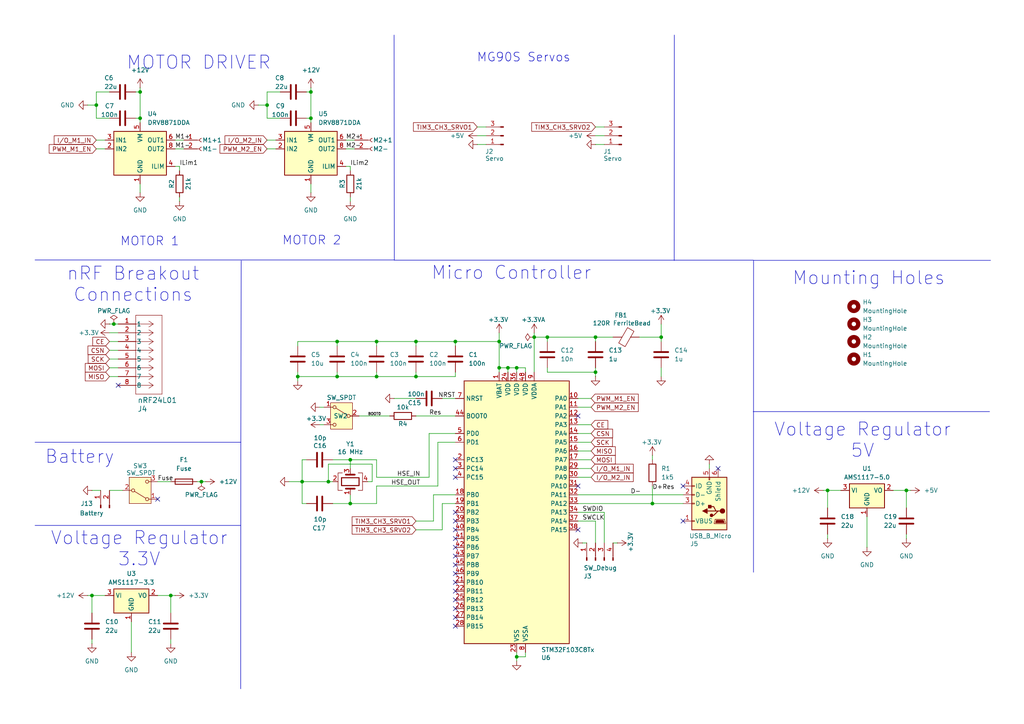
<source format=kicad_sch>
(kicad_sch (version 20250114) (generator "eeschema") (generator_version "9.0")
  (paper "A4")
  (lib_symbols
    (symbol "+12V_1" (power) (pin_numbers (hide yes)) (pin_names (offset 0) (hide yes))
      (property "Value" "+12V" (at 0 3.556 0))
      (symbol "+12V_1_1_1"
        (pin power_in line (at 0 0 90) (length 0) (name "~") (number "1"))
      )
    )
    (symbol "B8B-PHDSS:B8B-PHDSSLFSN" (pin_names (offset 0.254))
      (property "Reference" "J" (at 8.89 6.35 0))
      (property "Value" "B8B-PHDSSLFSN" (at 0 0 0))
      (symbol "B8B-PHDSSLFSN_1_1"
        (pin unspecified line (at 0 0 0) (length 5.08) (name "1") (number "1"))
        (pin unspecified line (at 0 -2.54 0) (length 5.08) (name "2") (number "2"))
        (pin unspecified line (at 0 -5.08 0) (length 5.08) (name "3") (number "3"))
        (pin unspecified line (at 0 -7.62 0) (length 5.08) (name "4") (number "4"))
        (pin unspecified line (at 0 -10.16 0) (length 5.08) (name "5") (number "5"))
        (pin unspecified line (at 0 -12.7 0) (length 5.08) (name "6") (number "6"))
        (pin unspecified line (at 0 -15.24 0) (length 5.08) (name "7") (number "7"))
        (pin unspecified line (at 0 -17.78 0) (length 5.08) (name "8") (number "8"))
      )
      (symbol "B8B-PHDSSLFSN_1_2"
        (pin unspecified line (at 0 0 0) (length 5.08) (name "1") (number "1"))
        (pin unspecified line (at 0 -2.54 0) (length 5.08) (name "2") (number "2"))
        (pin unspecified line (at 0 -5.08 0) (length 5.08) (name "3") (number "3"))
        (pin unspecified line (at 0 -7.62 0) (length 5.08) (name "4") (number "4"))
        (pin unspecified line (at 0 -10.16 0) (length 5.08) (name "5") (number "5"))
        (pin unspecified line (at 0 -12.7 0) (length 5.08) (name "6") (number "6"))
        (pin unspecified line (at 0 -15.24 0) (length 5.08) (name "7") (number "7"))
        (pin unspecified line (at 0 -17.78 0) (length 5.08) (name "8") (number "8"))
      )
    )
    (symbol "Connector:Conn_01x02_Pin" (pin_names (offset 1.016) (hide yes))
      (property "Reference" "J" (at 0 2.54 0))
      (property "Value" "Conn_01x02_Pin" (at 0 -5.08 0))
      (symbol "Conn_01x02_Pin_1_1"
        (pin passive line (at 5.08 0 180) (length 3.81) (name "Pin_1") (number "1"))
        (pin passive line (at 5.08 -2.54 180) (length 3.81) (name "Pin_2") (number "2"))
      )
    )
    (symbol "Connector:Conn_01x02_Socket" (pin_names (offset 1.016) (hide yes))
      (property "Reference" "J" (at 0 2.54 0))
      (property "Value" "Conn_01x02_Socket" (at 0 -5.08 0))
      (symbol "Conn_01x02_Socket_1_1"
        (pin passive line (at -5.08 0 0) (length 3.81) (name "Pin_1") (number "1"))
        (pin passive line (at -5.08 -2.54 0) (length 3.81) (name "Pin_2") (number "2"))
      )
    )
    (symbol "Connector:Conn_01x03_Pin" (pin_names (offset 1.016) (hide yes))
      (property "Reference" "J" (at 0 5.08 0))
      (property "Value" "Conn_01x03_Pin" (at 0 -5.08 0))
      (symbol "Conn_01x03_Pin_1_1"
        (pin passive line (at 5.08 2.54 180) (length 3.81) (name "Pin_1") (number "1"))
        (pin passive line (at 5.08 0 180) (length 3.81) (name "Pin_2") (number "2"))
        (pin passive line (at 5.08 -2.54 180) (length 3.81) (name "Pin_3") (number "3"))
      )
    )
    (symbol "Connector:Conn_01x04_Pin" (pin_names (offset 1.016) (hide yes))
      (property "Reference" "J" (at 0 5.08 0))
      (property "Value" "Conn_01x04_Pin" (at 0 -7.62 0))
      (symbol "Conn_01x04_Pin_1_1"
        (pin passive line (at 5.08 2.54 180) (length 3.81) (name "Pin_1") (number "1"))
        (pin passive line (at 5.08 0 180) (length 3.81) (name "Pin_2") (number "2"))
        (pin passive line (at 5.08 -2.54 180) (length 3.81) (name "Pin_3") (number "3"))
        (pin passive line (at 5.08 -5.08 180) (length 3.81) (name "Pin_4") (number "4"))
      )
    )
    (symbol "Connector:USB_B_Micro" (pin_names (offset 1.016))
      (property "Reference" "J" (at -5.08 11.43 0))
      (property "Value" "USB_B_Micro" (at -5.08 8.89 0))
      (symbol "USB_B_Micro_1_1"
        (pin passive line (at -2.54 -10.16 90) (length 2.54) (name "Shield") (number "6"))
        (pin power_out line (at 0 -10.16 90) (length 2.54) (name "GND") (number "5"))
        (pin power_out line (at 7.62 5.08 180) (length 2.54) (name "VBUS") (number "1"))
        (pin bidirectional line (at 7.62 0 180) (length 2.54) (name "D+") (number "3"))
        (pin bidirectional line (at 7.62 -2.54 180) (length 2.54) (name "D-") (number "2"))
        (pin passive line (at 7.62 -5.08 180) (length 2.54) (name "ID") (number "4"))
      )
    )
    (symbol "Device:C" (pin_numbers (hide yes)) (pin_names (offset 0.254))
      (property "Reference" "C" (at 0.635 2.54 0))
      (property "Value" "C" (at 0.635 -2.54 0))
      (symbol "C_1_1"
        (pin passive line (at 0 3.81 270) (length 2.794) (name "~") (number "1"))
        (pin passive line (at 0 -3.81 90) (length 2.794) (name "~") (number "2"))
      )
    )
    (symbol "Device:Crystal_GND24" (pin_names (offset 1.016) (hide yes))
      (property "Reference" "Y" (at 3.175 5.08 0))
      (property "Value" "Crystal_GND24" (at 3.175 3.175 0))
      (symbol "Crystal_GND24_1_1"
        (pin passive line (at -3.81 0 0) (length 1.27) (name "1") (number "1"))
        (pin passive line (at 0 5.08 270) (length 1.27) (name "2") (number "2"))
        (pin passive line (at 0 -5.08 90) (length 1.27) (name "4") (number "4"))
        (pin passive line (at 3.81 0 180) (length 1.27) (name "3") (number "3"))
      )
    )
    (symbol "Device:FerriteBead" (pin_numbers (hide yes)) (pin_names (offset 0))
      (property "Reference" "FB" (at -3.81 0.635 90))
      (property "Value" "FerriteBead" (at 3.81 0 90))
      (symbol "FerriteBead_1_1"
        (pin passive line (at 0 3.81 270) (length 2.54) (name "~") (number "1"))
        (pin passive line (at 0 -3.81 90) (length 2.54) (name "~") (number "2"))
      )
    )
    (symbol "Device:Fuse" (pin_numbers (hide yes)) (pin_names (offset 0))
      (property "Reference" "F" (at 2.032 0 90))
      (property "Value" "Fuse" (at -1.905 0 90))
      (symbol "Fuse_1_1"
        (pin passive line (at 0 3.81 270) (length 1.27) (name "~") (number "1"))
        (pin passive line (at 0 -3.81 90) (length 1.27) (name "~") (number "2"))
      )
    )
    (symbol "Device:R" (pin_numbers (hide yes)) (pin_names (offset 0))
      (property "Reference" "R" (at 2.032 0 90))
      (property "Value" "R" (at 0 0 90))
      (symbol "R_1_1"
        (pin passive line (at 0 3.81 270) (length 1.27) (name "~") (number "1"))
        (pin passive line (at 0 -3.81 90) (length 1.27) (name "~") (number "2"))
      )
    )
    (symbol "Driver_Motor:DRV8871DDA"
      (property "Reference" "U" (at -6.35 6.35 0))
      (property "Value" "DRV8871DDA" (at 8.89 6.35 0))
      (symbol "DRV8871DDA_1_1"
        (pin input line (at -10.16 2.54 0) (length 2.54) (name "IN1") (number "3"))
        (pin input line (at -10.16 0 0) (length 2.54) (name "IN2") (number "2"))
        (pin power_in line (at 0 7.62 270) (length 2.54) (name "VM") (number "5"))
        (pin power_in line (at 0 -10.16 90) (length 2.54) (name "GND") (number "1"))
        (pin passive line (at 0 -10.16 90) (length 2.54) (hide yes) (name "GND") (number "7"))
        (pin passive line (at 0 -10.16 90) (length 2.54) (hide yes) (name "GND") (number "9"))
        (pin output line (at 10.16 2.54 180) (length 2.54) (name "OUT1") (number "6"))
        (pin output line (at 10.16 0 180) (length 2.54) (name "OUT2") (number "8"))
        (pin passive line (at 10.16 -5.08 180) (length 2.54) (name "ILIM") (number "4"))
      )
    )
    (symbol "MCU_ST_STM32F1:STM32F103C8Tx"
      (property "Reference" "U" (at -15.24 39.37 0))
      (property "Value" "STM32F103C8Tx" (at 7.62 39.37 0))
      (symbol "STM32F103C8Tx_1_1"
        (pin input line (at -17.78 33.02 0) (length 2.54) (name "NRST") (number "7"))
        (pin input line (at -17.78 27.94 0) (length 2.54) (name "BOOT0") (number "44"))
        (pin bidirectional line (at -17.78 22.86 0) (length 2.54) (name "PD0") (number "5"))
        (pin bidirectional line (at -17.78 20.32 0) (length 2.54) (name "PD1") (number "6"))
        (pin bidirectional line (at -17.78 15.24 0) (length 2.54) (name "PC13") (number "2"))
        (pin bidirectional line (at -17.78 12.7 0) (length 2.54) (name "PC14") (number "3"))
        (pin bidirectional line (at -17.78 10.16 0) (length 2.54) (name "PC15") (number "4"))
        (pin bidirectional line (at -17.78 5.08 0) (length 2.54) (name "PB0") (number "18"))
        (pin bidirectional line (at -17.78 2.54 0) (length 2.54) (name "PB1") (number "19"))
        (pin bidirectional line (at -17.78 0 0) (length 2.54) (name "PB2") (number "20"))
        (pin bidirectional line (at -17.78 -2.54 0) (length 2.54) (name "PB3") (number "39"))
        (pin bidirectional line (at -17.78 -5.08 0) (length 2.54) (name "PB4") (number "40"))
        (pin bidirectional line (at -17.78 -7.62 0) (length 2.54) (name "PB5") (number "41"))
        (pin bidirectional line (at -17.78 -10.16 0) (length 2.54) (name "PB6") (number "42"))
        (pin bidirectional line (at -17.78 -12.7 0) (length 2.54) (name "PB7") (number "43"))
        (pin bidirectional line (at -17.78 -15.24 0) (length 2.54) (name "PB8") (number "45"))
        (pin bidirectional line (at -17.78 -17.78 0) (length 2.54) (name "PB9") (number "46"))
        (pin bidirectional line (at -17.78 -20.32 0) (length 2.54) (name "PB10") (number "21"))
        (pin bidirectional line (at -17.78 -22.86 0) (length 2.54) (name "PB11") (number "22"))
        (pin bidirectional line (at -17.78 -25.4 0) (length 2.54) (name "PB12") (number "25"))
        (pin bidirectional line (at -17.78 -27.94 0) (length 2.54) (name "PB13") (number "26"))
        (pin bidirectional line (at -17.78 -30.48 0) (length 2.54) (name "PB14") (number "27"))
        (pin bidirectional line (at -17.78 -33.02 0) (length 2.54) (name "PB15") (number "28"))
        (pin power_in line (at -5.08 40.64 270) (length 2.54) (name "VBAT") (number "1"))
        (pin power_in line (at -2.54 40.64 270) (length 2.54) (name "VDD") (number "24"))
        (pin power_in line (at 0 40.64 270) (length 2.54) (name "VDD") (number "36"))
        (pin power_in line (at 0 -40.64 90) (length 2.54) (name "VSS") (number "23"))
        (pin passive line (at 0 -40.64 90) (length 2.54) (hide yes) (name "VSS") (number "35"))
        (pin passive line (at 0 -40.64 90) (length 2.54) (hide yes) (name "VSS") (number "47"))
        (pin power_in line (at 2.54 40.64 270) (length 2.54) (name "VDD") (number "48"))
        (pin power_in line (at 2.54 -40.64 90) (length 2.54) (name "VSSA") (number "8"))
        (pin power_in line (at 5.08 40.64 270) (length 2.54) (name "VDDA") (number "9"))
        (pin bidirectional line (at 17.78 33.02 180) (length 2.54) (name "PA0") (number "10"))
        (pin bidirectional line (at 17.78 30.48 180) (length 2.54) (name "PA1") (number "11"))
        (pin bidirectional line (at 17.78 27.94 180) (length 2.54) (name "PA2") (number "12"))
        (pin bidirectional line (at 17.78 25.4 180) (length 2.54) (name "PA3") (number "13"))
        (pin bidirectional line (at 17.78 22.86 180) (length 2.54) (name "PA4") (number "14"))
        (pin bidirectional line (at 17.78 20.32 180) (length 2.54) (name "PA5") (number "15"))
        (pin bidirectional line (at 17.78 17.78 180) (length 2.54) (name "PA6") (number "16"))
        (pin bidirectional line (at 17.78 15.24 180) (length 2.54) (name "PA7") (number "17"))
        (pin bidirectional line (at 17.78 12.7 180) (length 2.54) (name "PA8") (number "29"))
        (pin bidirectional line (at 17.78 10.16 180) (length 2.54) (name "PA9") (number "30"))
        (pin bidirectional line (at 17.78 7.62 180) (length 2.54) (name "PA10") (number "31"))
        (pin bidirectional line (at 17.78 5.08 180) (length 2.54) (name "PA11") (number "32"))
        (pin bidirectional line (at 17.78 2.54 180) (length 2.54) (name "PA12") (number "33"))
        (pin bidirectional line (at 17.78 0 180) (length 2.54) (name "PA13") (number "34"))
        (pin bidirectional line (at 17.78 -2.54 180) (length 2.54) (name "PA14") (number "37"))
        (pin bidirectional line (at 17.78 -5.08 180) (length 2.54) (name "PA15") (number "38"))
      )
    )
    (symbol "Mechanical:MountingHole" (pin_names (offset 1.016)) (in_bom no)
      (property "Reference" "H" (at 0 5.08 0))
      (property "Value" "MountingHole" (at 0 3.175 0))
    )
    (symbol "Regulator_Linear:AMS1117-3.3"
      (property "Reference" "U" (at -3.81 3.175 0))
      (property "Value" "AMS1117-3.3" (at 0 3.175 0))
      (symbol "AMS1117-3.3_1_1"
        (pin power_in line (at -7.62 0 0) (length 2.54) (name "VI") (number "3"))
        (pin power_in line (at 0 -7.62 90) (length 2.54) (name "GND") (number "1"))
        (pin power_out line (at 7.62 0 180) (length 2.54) (name "VO") (number "2"))
      )
    )
    (symbol "Regulator_Linear:AMS1117-5.0"
      (property "Reference" "U" (at -3.81 3.175 0))
      (property "Value" "AMS1117-5.0" (at 0 3.175 0))
      (symbol "AMS1117-5.0_1_1"
        (pin power_in line (at -7.62 0 0) (length 2.54) (name "VI") (number "3"))
        (pin power_in line (at 0 -7.62 90) (length 2.54) (name "GND") (number "1"))
        (pin power_out line (at 7.62 0 180) (length 2.54) (name "VO") (number "2"))
      )
    )
    (symbol "Switch:SW_SPDT" (pin_names (offset 0) (hide yes))
      (property "Reference" "SW" (at 0 5.08 0))
      (property "Value" "SW_SPDT" (at 0 -5.08 0))
      (symbol "SW_SPDT_1_1"
        (pin passive line (at -5.08 0 0) (length 2.54) (name "B") (number "2"))
        (pin passive line (at 5.08 2.54 180) (length 2.54) (name "A") (number "1"))
        (pin passive line (at 5.08 -2.54 180) (length 2.54) (name "C") (number "3"))
      )
    )
    (symbol "power:+3.3V" (power) (pin_numbers (hide yes)) (pin_names (offset 0) (hide yes))
      (property "Value" "+3.3V" (at 0 3.556 0))
      (symbol "+3.3V_1_1"
        (pin power_in line (at 0 0 90) (length 0) (name "~") (number "1"))
      )
    )
    (symbol "power:+3V3" (power) (pin_numbers (hide yes)) (pin_names (offset 0) (hide yes))
      (property "Value" "+3V3" (at 0 3.556 0))
      (symbol "+3V3_1_1"
        (pin power_in line (at 0 0 90) (length 0) (name "~") (number "1"))
      )
    )
    (symbol "power:GND" (power) (pin_numbers (hide yes)) (pin_names (offset 0) (hide yes))
      (property "Value" "GND" (at 0 -3.81 0))
      (symbol "GND_1_1"
        (pin power_in line (at 0 0 270) (length 0) (name "~") (number "1"))
      )
    )
    (symbol "power:PWR_FLAG" (power) (pin_numbers (hide yes)) (pin_names (offset 0) (hide yes))
      (property "Value" "PWR_FLAG" (at 0 3.81 0))
      (symbol "PWR_FLAG_0_0"
        (pin power_out line (at 0 0 90) (length 0) (name "~") (number "1"))
      )
    )
  )
  (text "Voltage Regulator\n3.3V" (at 40.386 159.258 0) (effects (font (size 3.81 3.81))))
  (text "Micro Controller" (at 148.336 79.248 0) (effects (font (size 3.81 3.81))))
  (text "MG90S Servos" (at 151.892 16.764 0) (effects (font (size 2.54 2.54))))
  (text "Voltage Regulator\n5V" (at 250.19 127.762 0) (effects (font (size 3.81 3.81))))
  (text "MOTOR DRIVER" (at 57.658 18.288 0) (effects (font (size 3.81 3.81))))
  (text "nRF Breakout\nConnections" (at 38.608 82.55 0) (effects (font (size 3.81 3.81))))
  (text "MOTOR 2" (at 90.424 69.85 0) (effects (font (size 2.54 2.54))))
  (text "MOTOR 1" (at 43.434 70.104 0) (effects (font (size 2.54 2.54))))
  (text "Mounting Holes" (at 251.968 80.772 0) (effects (font (size 3.81 3.81))))
  (text "Battery" (at 23.114 132.588 0) (effects (font (size 3.81 3.81))))
  (junction (at 87.63 139.7))
  (junction (at 97.79 109.22))
  (junction (at 189.23 146.05))
  (junction (at 240.03 142.24))
  (junction (at 27.94 30.48))
  (junction (at 109.22 109.22))
  (junction (at 33.02 93.98))
  (junction (at 97.79 99.06))
  (junction (at 58.42 139.7))
  (junction (at 172.72 107.95))
  (junction (at 144.78 99.06))
  (junction (at 101.6 146.05))
  (junction (at 158.75 97.79))
  (junction (at 172.72 97.79))
  (junction (at 262.89 142.24))
  (junction (at 147.32 106.68))
  (junction (at 144.78 106.68))
  (junction (at 132.08 99.06))
  (junction (at 191.77 97.79))
  (junction (at 149.86 106.68))
  (junction (at 40.64 26.67))
  (junction (at 40.64 34.29))
  (junction (at 109.22 99.06))
  (junction (at 90.17 34.29))
  (junction (at 120.65 109.22))
  (junction (at 77.47 30.48))
  (junction (at 95.25 139.7))
  (junction (at 149.86 190.5))
  (junction (at 26.67 172.72))
  (junction (at 120.65 99.06))
  (junction (at 90.17 26.67))
  (junction (at 49.53 172.72))
  (junction (at 154.94 97.79))
  (junction (at 101.6 133.35))
  (junction (at 86.36 109.22))
  (no_connect (at 132.08 138.43))
  (no_connect (at 132.08 166.37))
  (no_connect (at 132.08 161.29))
  (no_connect (at 34.29 111.76))
  (no_connect (at 132.08 153.67))
  (no_connect (at 132.08 148.59))
  (no_connect (at 132.08 158.75))
  (no_connect (at 132.08 176.53))
  (no_connect (at 132.08 163.83))
  (no_connect (at 45.72 144.78))
  (no_connect (at 167.64 153.67))
  (no_connect (at 132.08 156.21))
  (no_connect (at 132.08 168.91))
  (no_connect (at 132.08 173.99))
  (no_connect (at 198.12 140.97))
  (no_connect (at 132.08 133.35))
  (no_connect (at 167.64 140.97))
  (no_connect (at 167.64 120.65))
  (no_connect (at 208.28 135.89))
  (no_connect (at 198.12 151.13))
  (no_connect (at 132.08 151.13))
  (no_connect (at 132.08 179.07))
  (no_connect (at 132.08 181.61))
  (no_connect (at 132.08 171.45))
  (no_connect (at 132.08 135.89))
  (wire (pts (xy 189.23 146.05) (xy 198.12 146.05)))
  (wire (pts (xy 31.75 104.14) (xy 34.29 104.14)))
  (wire (pts (xy 97.79 107.95) (xy 97.79 109.22)))
  (wire (pts (xy 149.86 190.5) (xy 149.86 191.77)))
  (wire (pts (xy 97.79 99.06) (xy 109.22 99.06)))
  (wire (pts (xy 144.78 106.68) (xy 147.32 106.68)))
  (wire (pts (xy 124.46 125.73) (xy 124.46 138.43)))
  (wire (pts (xy 101.6 133.35) (xy 101.6 135.89)))
  (wire (pts (xy 52.07 57.15) (xy 52.07 58.42)))
  (wire (pts (xy 149.86 106.68) (xy 149.86 107.95)))
  (wire (pts (xy 90.17 34.29) (xy 90.17 35.56)))
  (wire (pts (xy 144.78 106.68) (xy 144.78 107.95)))
  (wire (pts (xy 25.4 30.48) (xy 27.94 30.48)))
  (wire (pts (xy 40.64 34.29) (xy 40.64 35.56)))
  (wire (pts (xy 107.95 134.62) (xy 95.25 134.62)))
  (wire (pts (xy 128.27 146.05) (xy 132.08 146.05)))
  (wire (pts (xy 167.64 135.89) (xy 171.45 135.89)))
  (wire (pts (xy 25.4 172.72) (xy 26.67 172.72)))
  (wire (pts (xy 177.8 157.48) (xy 179.07 157.48)))
  (wire (pts (xy 58.42 139.7) (xy 57.15 139.7)))
  (wire (pts (xy 26.67 172.72) (xy 26.67 177.8)))
  (wire (pts (xy 152.4 190.5) (xy 149.86 190.5)))
  (wire (pts (xy 120.65 99.06) (xy 132.08 99.06)))
  (wire (pts (xy 95.25 134.62) (xy 95.25 139.7)))
  (wire (pts (xy 77.47 34.29) (xy 81.28 34.29)))
  (wire (pts (xy 87.63 139.7) (xy 95.25 139.7)))
  (wire (pts (xy 83.82 139.7) (xy 87.63 139.7)))
  (wire (pts (xy 167.64 151.13) (xy 172.72 151.13)))
  (wire (pts (xy 31.75 109.22) (xy 34.29 109.22)))
  (wire (pts (xy 147.32 106.68) (xy 149.86 106.68)))
  (wire (pts (xy 167.64 128.27) (xy 171.45 128.27)))
  (wire (pts (xy 127 128.27) (xy 132.08 128.27)))
  (wire (pts (xy 132.08 107.95) (xy 132.08 109.22)))
  (wire (pts (xy 114.3 115.57) (xy 120.65 115.57)))
  (wire (pts (xy 172.72 39.37) (xy 175.26 39.37)))
  (wire (pts (xy 77.47 40.64) (xy 80.01 40.64)))
  (wire (pts (xy 107.95 139.7) (xy 106.68 139.7)))
  (wire (pts (xy 167.64 133.35) (xy 171.45 133.35)))
  (wire (pts (xy 31.75 101.6) (xy 34.29 101.6)))
  (wire (pts (xy 154.94 96.52) (xy 154.94 97.79)))
  (wire (pts (xy 132.08 109.22) (xy 120.65 109.22)))
  (wire (pts (xy 152.4 189.23) (xy 152.4 190.5)))
  (wire (pts (xy 264.16 142.24) (xy 262.89 142.24)))
  (wire (pts (xy 26.67 142.24) (xy 29.21 142.24)))
  (wire (pts (xy 100.33 48.26) (xy 101.6 48.26)))
  (wire (pts (xy 259.08 142.24) (xy 262.89 142.24)))
  (wire (pts (xy 77.47 26.67) (xy 81.28 26.67)))
  (wire (pts (xy 90.17 53.34) (xy 90.17 55.88)))
  (wire (pts (xy 144.78 99.06) (xy 144.78 106.68)))
  (polyline (pts (xy 10.16 128.27) (xy 69.85 128.27)))
  (wire (pts (xy 77.47 30.48) (xy 77.47 34.29)))
  (wire (pts (xy 87.63 146.05) (xy 88.9 146.05)))
  (wire (pts (xy 86.36 109.22) (xy 86.36 110.49)))
  (wire (pts (xy 144.78 96.52) (xy 144.78 99.06)))
  (wire (pts (xy 167.64 130.81) (xy 171.45 130.81)))
  (polyline (pts (xy 218.44 119.38) (xy 287.02 119.38)))
  (wire (pts (xy 109.22 133.35) (xy 101.6 133.35)))
  (wire (pts (xy 262.89 142.24) (xy 262.89 147.32)))
  (wire (pts (xy 113.03 120.65) (xy 104.14 120.65)))
  (wire (pts (xy 189.23 132.08) (xy 189.23 133.35)))
  (wire (pts (xy 238.76 142.24) (xy 240.03 142.24)))
  (wire (pts (xy 40.64 25.4) (xy 40.64 26.67)))
  (wire (pts (xy 53.34 43.18) (xy 50.8 43.18)))
  (wire (pts (xy 77.47 43.18) (xy 80.01 43.18)))
  (wire (pts (xy 191.77 97.79) (xy 191.77 99.06)))
  (polyline (pts (xy 195.546 75.5741) (xy 195.58 10.16)))
  (wire (pts (xy 59.69 139.7) (xy 58.42 139.7)))
  (wire (pts (xy 27.94 26.67) (xy 31.75 26.67)))
  (wire (pts (xy 205.74 134.62) (xy 205.74 135.89)))
  (wire (pts (xy 152.4 106.68) (xy 152.4 107.95)))
  (wire (pts (xy 107.95 139.7) (xy 107.95 134.62)))
  (wire (pts (xy 147.32 106.68) (xy 147.32 107.95)))
  (wire (pts (xy 149.86 189.23) (xy 149.86 190.5)))
  (wire (pts (xy 240.03 142.24) (xy 240.03 147.32)))
  (wire (pts (xy 40.64 53.34) (xy 40.64 55.88)))
  (wire (pts (xy 33.02 93.98) (xy 34.29 93.98)))
  (wire (pts (xy 167.64 118.11) (xy 171.45 118.11)))
  (wire (pts (xy 167.64 123.19) (xy 171.45 123.19)))
  (wire (pts (xy 86.36 99.06) (xy 97.79 99.06)))
  (polyline (pts (xy 218.7261 75.5117) (xy 287.3061 75.5117)))
  (wire (pts (xy 95.25 139.7) (xy 96.52 139.7)))
  (wire (pts (xy 158.75 106.68) (xy 158.75 107.95)))
  (wire (pts (xy 88.9 34.29) (xy 90.17 34.29)))
  (wire (pts (xy 31.75 99.06) (xy 34.29 99.06)))
  (wire (pts (xy 125.73 143.51) (xy 125.73 151.13)))
  (wire (pts (xy 120.65 107.95) (xy 120.65 109.22)))
  (wire (pts (xy 167.64 143.51) (xy 198.12 143.51)))
  (wire (pts (xy 172.72 97.79) (xy 177.8 97.79)))
  (wire (pts (xy 97.79 109.22) (xy 86.36 109.22)))
  (polyline (pts (xy 69.85 128.27) (xy 69.9545 75.5996)))
  (wire (pts (xy 132.08 120.65) (xy 120.65 120.65)))
  (wire (pts (xy 189.23 140.97) (xy 189.23 146.05)))
  (wire (pts (xy 39.37 26.67) (xy 40.64 26.67)))
  (polyline (pts (xy 218.5435 165.9764) (xy 218.5651 75.4895)))
  (wire (pts (xy 87.63 133.35) (xy 88.9 133.35)))
  (wire (pts (xy 101.6 57.15) (xy 101.6 58.42)))
  (wire (pts (xy 172.72 99.06) (xy 172.72 97.79)))
  (wire (pts (xy 120.65 99.06) (xy 120.65 100.33)))
  (wire (pts (xy 96.52 133.35) (xy 101.6 133.35)))
  (wire (pts (xy 109.22 146.05) (xy 109.22 140.97)))
  (wire (pts (xy 102.87 43.18) (xy 100.33 43.18)))
  (polyline (pts (xy 10.16 75.4031) (xy 114.3626 75.4031)))
  (wire (pts (xy 167.64 125.73) (xy 171.45 125.73)))
  (wire (pts (xy 167.64 148.59) (xy 175.26 148.59)))
  (wire (pts (xy 86.36 107.95) (xy 86.36 109.22)))
  (wire (pts (xy 191.77 93.98) (xy 191.77 97.79)))
  (wire (pts (xy 120.65 153.67) (xy 128.27 153.67)))
  (wire (pts (xy 27.94 43.18) (xy 30.48 43.18)))
  (wire (pts (xy 109.22 138.43) (xy 124.46 138.43)))
  (wire (pts (xy 132.08 99.06) (xy 132.08 100.33)))
  (wire (pts (xy 50.8 48.26) (xy 52.07 48.26)))
  (wire (pts (xy 158.75 97.79) (xy 154.94 97.79)))
  (wire (pts (xy 27.94 26.67) (xy 27.94 30.48)))
  (wire (pts (xy 251.46 149.86) (xy 251.46 158.75)))
  (wire (pts (xy 40.64 26.67) (xy 40.64 34.29)))
  (polyline (pts (xy 114.3538 75.4577) (xy 218.5564 75.4577)))
  (wire (pts (xy 125.73 151.13) (xy 120.65 151.13)))
  (wire (pts (xy 87.63 139.7) (xy 87.63 146.05)))
  (wire (pts (xy 45.72 172.72) (xy 49.53 172.72)))
  (polyline (pts (xy 114.3626 75.4031) (xy 114.3 10.16)))
  (wire (pts (xy 132.08 143.51) (xy 125.73 143.51)))
  (wire (pts (xy 74.93 30.48) (xy 77.47 30.48)))
  (wire (pts (xy 158.75 107.95) (xy 172.72 107.95)))
  (wire (pts (xy 26.67 186.69) (xy 26.67 185.42)))
  (wire (pts (xy 39.37 34.29) (xy 40.64 34.29)))
  (wire (pts (xy 26.67 172.72) (xy 30.48 172.72)))
  (wire (pts (xy 49.53 172.72) (xy 49.53 177.8)))
  (wire (pts (xy 128.27 115.57) (xy 132.08 115.57)))
  (wire (pts (xy 31.75 93.98) (xy 33.02 93.98)))
  (wire (pts (xy 262.89 156.21) (xy 262.89 154.94)))
  (wire (pts (xy 240.03 156.21) (xy 240.03 154.94)))
  (wire (pts (xy 96.52 146.05) (xy 101.6 146.05)))
  (wire (pts (xy 35.56 142.24) (xy 31.75 142.24)))
  (wire (pts (xy 77.47 26.67) (xy 77.47 30.48)))
  (wire (pts (xy 27.94 40.64) (xy 30.48 40.64)))
  (wire (pts (xy 102.87 40.64) (xy 100.33 40.64)))
  (wire (pts (xy 87.63 133.35) (xy 87.63 139.7)))
  (wire (pts (xy 132.08 99.06) (xy 144.78 99.06)))
  (wire (pts (xy 101.6 48.26) (xy 101.6 49.53)))
  (wire (pts (xy 88.9 26.67) (xy 90.17 26.67)))
  (wire (pts (xy 109.22 99.06) (xy 120.65 99.06)))
  (wire (pts (xy 86.36 100.33) (xy 86.36 99.06)))
  (wire (pts (xy 90.17 26.67) (xy 90.17 34.29)))
  (wire (pts (xy 31.75 106.68) (xy 34.29 106.68)))
  (wire (pts (xy 138.43 39.37) (xy 140.97 39.37)))
  (wire (pts (xy 109.22 99.06) (xy 109.22 100.33)))
  (wire (pts (xy 101.6 146.05) (xy 109.22 146.05)))
  (wire (pts (xy 49.53 139.7) (xy 45.72 139.7)))
  (wire (pts (xy 167.64 146.05) (xy 189.23 146.05)))
  (wire (pts (xy 170.18 157.48) (xy 168.91 157.48)))
  (wire (pts (xy 175.26 148.59) (xy 175.26 157.48)))
  (wire (pts (xy 191.77 106.68) (xy 191.77 109.22)))
  (wire (pts (xy 138.43 36.83) (xy 140.97 36.83)))
  (wire (pts (xy 158.75 97.79) (xy 158.75 99.06)))
  (wire (pts (xy 154.94 97.79) (xy 154.94 107.95)))
  (wire (pts (xy 172.72 151.13) (xy 172.72 157.48)))
  (wire (pts (xy 172.72 36.83) (xy 175.26 36.83)))
  (wire (pts (xy 52.07 48.26) (xy 52.07 49.53)))
  (wire (pts (xy 53.34 40.64) (xy 50.8 40.64)))
  (wire (pts (xy 167.64 138.43) (xy 171.45 138.43)))
  (wire (pts (xy 92.71 118.11) (xy 93.98 118.11)))
  (wire (pts (xy 27.94 30.48) (xy 27.94 34.29)))
  (wire (pts (xy 128.27 153.67) (xy 128.27 146.05)))
  (wire (pts (xy 90.17 25.4) (xy 90.17 26.67)))
  (wire (pts (xy 167.64 115.57) (xy 171.45 115.57)))
  (wire (pts (xy 172.72 97.79) (xy 158.75 97.79)))
  (wire (pts (xy 172.72 107.95) (xy 172.72 109.22)))
  (wire (pts (xy 172.72 107.95) (xy 172.72 106.68)))
  (wire (pts (xy 109.22 138.43) (xy 109.22 133.35)))
  (wire (pts (xy 132.08 125.73) (xy 124.46 125.73)))
  (wire (pts (xy 101.6 143.51) (xy 101.6 146.05)))
  (wire (pts (xy 240.03 142.24) (xy 243.84 142.24)))
  (wire (pts (xy 172.72 41.91) (xy 175.26 41.91)))
  (polyline (pts (xy 69.814 199.7826) (xy 69.85 128.27)))
  (wire (pts (xy 97.79 99.06) (xy 97.79 100.33)))
  (wire (pts (xy 127 140.97) (xy 127 128.27)))
  (wire (pts (xy 109.22 109.22) (xy 97.79 109.22)))
  (wire (pts (xy 185.42 97.79) (xy 191.77 97.79)))
  (wire (pts (xy 109.22 140.97) (xy 127 140.97)))
  (wire (pts (xy 49.53 186.69) (xy 49.53 185.42)))
  (wire (pts (xy 92.71 123.19) (xy 93.98 123.19)))
  (wire (pts (xy 120.65 109.22) (xy 109.22 109.22)))
  (wire (pts (xy 31.75 96.52) (xy 34.29 96.52)))
  (wire (pts (xy 109.22 107.95) (xy 109.22 109.22)))
  (wire (pts (xy 50.8 172.72) (xy 49.53 172.72)))
  (polyline (pts (xy 10.16 152.4) (xy 69.85 152.4)))
  (wire (pts (xy 149.86 106.68) (xy 152.4 106.68)))
  (wire (pts (xy 27.94 34.29) (xy 31.75 34.29)))
  (wire (pts (xy 138.43 41.91) (xy 140.97 41.91)))
  (wire (pts (xy 38.1 180.34) (xy 38.1 189.23)))
  (label "SWDIO" (at 168.91 148.59 0))
  (label "BOOT0" (at 106.68 120.65 0) (effects (font (size 0.762 0.762))))
  (label "Res" (at 124.46 120.65 0))
  (label "M1+" (at 50.8 40.64 0))
  (label "SWCLK" (at 168.91 151.13 0))
  (label "M2+" (at 100.33 40.64 0))
  (label "ILim2" (at 101.6 48.26 0))
  (label "NRST" (at 132.08 115.57 180))
  (label "ILim1" (at 52.07 48.26 0))
  (label "M2-" (at 100.33 43.18 0))
  (label "Fuse" (at 45.72 139.7 0))
  (label "M1-" (at 50.8 43.18 0))
  (label "HSE_OUT" (at 121.92 140.97 180))
  (label "HSE_IN" (at 121.92 138.43 180))
  (label "D-" (at 182.88 143.51 0))
  (label "D+Res" (at 189.23 142.24 0))
  (global_label "MOSI" (shape input) (at 171.45 133.35 0) (property "Intersheetrefs" "${INTERSHEET_REFS}" (effects (hide yes))))
  (global_label "SCK" (shape input) (at 31.75 104.14 180) (property "Intersheetrefs" "${INTERSHEET_REFS}" (effects (hide yes))))
  (global_label "PWM_M2_EN" (shape input) (at 77.47 43.18 180) (property "Intersheetrefs" "${INTERSHEET_REFS}" (effects (hide yes))))
  (global_label "I{slash}O_M2_IN" (shape input) (at 171.45 138.43 0) (property "Intersheetrefs" "${INTERSHEET_REFS}" (effects (hide yes))))
  (global_label "TIM3_CH3_SRVO2" (shape input) (at 120.65 153.67 180) (property "Intersheetrefs" "${INTERSHEET_REFS}" (effects (hide yes))))
  (global_label "I{slash}O_M1_IN" (shape input) (at 171.45 135.89 0) (property "Intersheetrefs" "${INTERSHEET_REFS}" (effects (hide yes))))
  (global_label "I{slash}O_M1_IN" (shape input) (at 27.94 40.64 180) (property "Intersheetrefs" "${INTERSHEET_REFS}" (effects (hide yes))))
  (global_label "TIM3_CH3_SRVO1" (shape input) (at 120.65 151.13 180) (property "Intersheetrefs" "${INTERSHEET_REFS}" (effects (hide yes))))
  (global_label "PWM_M1_EN" (shape input) (at 27.94 43.18 180) (property "Intersheetrefs" "${INTERSHEET_REFS}" (effects (hide yes))))
  (global_label "MOSI" (shape input) (at 31.75 106.68 180) (property "Intersheetrefs" "${INTERSHEET_REFS}" (effects (hide yes))))
  (global_label "CSN" (shape input) (at 171.45 125.73 0) (property "Intersheetrefs" "${INTERSHEET_REFS}" (effects (hide yes))))
  (global_label "SCK" (shape input) (at 171.45 128.27 0) (property "Intersheetrefs" "${INTERSHEET_REFS}" (effects (hide yes))))
  (global_label "TIM3_CH3_SRVO2" (shape input) (at 172.72 36.83 180) (property "Intersheetrefs" "${INTERSHEET_REFS}" (effects (hide yes))))
  (global_label "CE" (shape input) (at 31.75 99.06 180) (property "Intersheetrefs" "${INTERSHEET_REFS}" (effects (hide yes))))
  (global_label "MISO" (shape input) (at 171.45 130.81 0) (property "Intersheetrefs" "${INTERSHEET_REFS}" (effects (hide yes))))
  (global_label "TIM3_CH3_SRVO1" (shape input) (at 138.43 36.83 180) (property "Intersheetrefs" "${INTERSHEET_REFS}" (effects (hide yes))))
  (global_label "MISO" (shape input) (at 31.75 109.22 180) (property "Intersheetrefs" "${INTERSHEET_REFS}" (effects (hide yes))))
  (global_label "CSN" (shape input) (at 31.75 101.6 180) (property "Intersheetrefs" "${INTERSHEET_REFS}" (effects (hide yes))))
  (global_label "CE" (shape input) (at 171.45 123.19 0) (property "Intersheetrefs" "${INTERSHEET_REFS}" (effects (hide yes))))
  (global_label "PWM_M2_EN" (shape input) (at 171.45 118.11 0) (property "Intersheetrefs" "${INTERSHEET_REFS}" (effects (hide yes))))
  (global_label "PWM_M1_EN" (shape input) (at 171.45 115.57 0) (property "Intersheetrefs" "${INTERSHEET_REFS}" (effects (hide yes))))
  (global_label "I{slash}O_M2_IN" (shape input) (at 77.47 40.64 180) (property "Intersheetrefs" "${INTERSHEET_REFS}" (effects (hide yes))))
  (symbol (lib_id "Device:C") (at 86.36 104.14 0) (unit 1)
    (property "Reference" "C5" (at 90.17 102.8699 0) (effects (justify left)))
    (property "Value" "10u" (at 90.17 105.4099 0) (effects (justify left)))
    (property "Footprint" "Capacitor_SMD:C_0603_1608Metric" (effects (hide yes)))
    (property "Description" "Unpolarized capacitor" (effects (hide yes)))
  )
  (symbol (lib_id "Device:Fuse") (at 53.34 139.7 90) (unit 1)
    (property "Reference" "F1" (at 53.34 133.35 90))
    (property "Value" "Fuse" (at 53.34 135.89 90))
    (property "Footprint" "Fuse:Fuse_0603_1608Metric" (effects (hide yes)))
    (property "Description" "Fuse" (effects (hide yes)))
  )
  (symbol (lib_id "power:+3.3V") (at 191.77 93.98 0) (unit 1)
    (property "Reference" "#PWR028" (effects (hide yes)))
    (property "Value" "+3.3V" (at 191.516 90.17 0))
    (property "Description" "Power symbol creates a global label with name \"+3.3V\"" (effects (hide yes)))
  )
  (symbol (lib_id "power:PWR_FLAG") (at 154.94 97.79 90) (unit 1)
    (property "Reference" "#FLG02" (effects (hide yes)))
    (property "Value" "PWR_FLAG" (at 154.432 100.33 90) (effects (justify left)))
    (property "Description" "Special symbol for telling ERC where power comes from" (effects (hide yes)))
  )
  (symbol (lib_id "Connector:Conn_01x02_Pin") (at 29.21 147.32 90) (unit 1)
    (property "Reference" "J13" (at 23.368 146.05 90) (effects (justify right)))
    (property "Value" "Battery" (at 23.114 148.844 90) (effects (justify right)))
    (property "Footprint" "Connector_AMASS:AMASS_XT30U-F_1x02_P5.0mm_Vertical" (effects (hide yes)))
    (property "Description" "Generic connector, single row, 01x02, script generated" (effects (hide yes)))
  )
  (symbol (lib_id "B8B-PHDSS:B8B-PHDSSLFSN") (at 34.29 93.98 0) (unit 1)
    (property "Reference" "J4" (at 39.878 118.618 0) (effects (font (size 1.524 1.524)) (justify left)))
    (property "Value" "nRF24L01" (at 39.878 116.078 0) (effects (font (size 1.524 1.524)) (justify left)))
    (property "Footprint" "JSTConnectors:CONN_B8B-PHDSS_JST" (effects (hide yes)))
    (property "Datasheet" "B8B-PHDSSLFSN" (effects (hide yes)))
  )
  (symbol (lib_id "power:GND") (at 168.91 157.48 270) (unit 1)
    (property "Reference" "#PWR035" (effects (hide yes)))
    (property "Value" "GND" (effects (hide yes)))
    (property "Description" "Power symbol creates a global label with name \"GND\" , ground" (effects (hide yes)))
  )
  (symbol (lib_id "power:GND") (at 149.86 191.77 0) (unit 1)
    (property "Reference" "#PWR013" (effects (hide yes)))
    (property "Value" "GND" (effects (hide yes)))
    (property "Description" "Power symbol creates a global label with name \"GND\" , ground" (effects (hide yes)))
  )
  (symbol (lib_id "power:+3.3V") (at 92.71 123.19 90) (unit 1)
    (property "Reference" "#PWR012" (effects (hide yes)))
    (property "Value" "+3.3V" (at 91.694 121.412 90))
    (property "Description" "Power symbol creates a global label with name \"+3.3V\"" (effects (hide yes)))
  )
  (symbol (lib_id "power:PWR_FLAG") (at 58.42 139.7 180) (unit 1)
    (property "Reference" "#FLG01" (effects (hide yes)))
    (property "Value" "PWR_FLAG" (at 58.42 143.51 0))
    (property "Description" "Special symbol for telling ERC where power comes from" (effects (hide yes)))
  )
  (symbol (lib_id "Device:C") (at 240.03 151.13 0) (unit 1)
    (property "Reference" "C18" (at 243.84 149.8599 0) (effects (justify left)))
    (property "Value" "22u" (at 243.84 152.3999 0) (effects (justify left)))
    (property "Footprint" "Capacitor_SMD:C_0603_1608Metric" (effects (hide yes)))
    (property "Description" "Unpolarized capacitor" (effects (hide yes)))
  )
  (symbol (lib_id "Device:R") (at 116.84 120.65 90) (mirror x) (unit 1)
    (property "Reference" "R4" (at 116.84 122.936 90))
    (property "Value" "10k" (at 116.84 118.11 90))
    (property "Footprint" "Resistor_SMD:R_0603_1608Metric" (effects (hide yes)))
    (property "Description" "Resistor" (effects (hide yes)))
  )
  (symbol (lib_id "power:GND") (at 114.3 115.57 270) (unit 1)
    (property "Reference" "#PWR014" (effects (hide yes)))
    (property "Value" "GND" (effects (hide yes)))
    (property "Description" "Power symbol creates a global label with name \"GND\" , ground" (effects (hide yes)))
  )
  (symbol (lib_id "Device:C") (at 92.71 133.35 90) (unit 1)
    (property "Reference" "C16" (at 94.742 129.286 90) (effects (justify left)))
    (property "Value" "10p" (at 94.742 127 90) (effects (justify left)))
    (property "Footprint" "Capacitor_SMD:C_0402_1005Metric" (effects (hide yes)))
    (property "Description" "Unpolarized capacitor" (effects (hide yes)))
  )
  (symbol (lib_id "power:GND") (at 205.74 134.62 180) (unit 1)
    (property "Reference" "#PWR039" (effects (hide yes)))
    (property "Value" "GND" (effects (hide yes)))
    (property "Description" "Power symbol creates a global label with name \"GND\" , ground" (effects (hide yes)))
  )
  (symbol (lib_name "+12V_1") (lib_id "power:+12V") (at 59.69 139.7 270) (unit 1)
    (property "Reference" "#PWR021" (effects (hide yes)))
    (property "Value" "+12V" (at 63.5 139.6999 90) (effects (justify left)))
    (property "Description" "Power symbol creates a global label with name \"+12V\"" (effects (hide yes)))
  )
  (symbol (lib_name "+12V_1") (lib_id "power:+12V") (at 40.64 25.4 0) (unit 1)
    (property "Reference" "#PWR05" (effects (hide yes)))
    (property "Value" "+12V" (at 40.64 20.32 0))
    (property "Description" "Power symbol creates a global label with name \"+12V\"" (effects (hide yes)))
  )
  (symbol (lib_id "power:GND") (at 40.64 55.88 0) (unit 1)
    (property "Reference" "#PWR04" (effects (hide yes)))
    (property "Value" "GND" (at 40.64 60.96 0))
    (property "Description" "Power symbol creates a global label with name \"GND\" , ground" (effects (hide yes)))
  )
  (symbol (lib_id "power:GND") (at 92.71 118.11 270) (unit 1)
    (property "Reference" "#PWR08" (effects (hide yes)))
    (property "Value" "GND" (effects (hide yes)))
    (property "Description" "Power symbol creates a global label with name \"GND\" , ground" (effects (hide yes)))
  )
  (symbol (lib_id "Mechanical:MountingHole") (at 247.65 93.98 0) (unit 1) (in_bom no)
    (property "Reference" "H3" (at 250.19 92.7099 0) (effects (justify left)))
    (property "Value" "MountingHole" (at 250.19 95.2499 0) (effects (justify left)))
    (property "Footprint" "MountingHole:MountingHole_3mm" (effects (hide yes)))
    (property "Description" "Mounting Hole without connection" (effects (hide yes)))
  )
  (symbol (lib_id "power:PWR_FLAG") (at 33.02 93.98 0) (unit 1)
    (property "Reference" "#FLG03" (effects (hide yes)))
    (property "Value" "PWR_FLAG" (at 33.02 90.17 0))
    (property "Description" "Special symbol for telling ERC where power comes from" (effects (hide yes)))
  )
  (symbol (lib_id "power:GND") (at 191.77 109.22 0) (unit 1)
    (property "Reference" "#PWR029" (effects (hide yes)))
    (property "Value" "GND" (effects (hide yes)))
    (property "Description" "Power symbol creates a global label with name \"GND\" , ground" (effects (hide yes)))
  )
  (symbol (lib_id "power:GND") (at 52.07 58.42 0) (unit 1)
    (property "Reference" "#PWR018" (effects (hide yes)))
    (property "Value" "GND" (at 52.07 63.5 0))
    (property "Description" "Power symbol creates a global label with name \"GND\" , ground" (effects (hide yes)))
  )
  (symbol (lib_id "power:GND") (at 90.17 55.88 0) (unit 1)
    (property "Reference" "#PWR07" (effects (hide yes)))
    (property "Value" "GND" (at 90.17 60.96 0))
    (property "Description" "Power symbol creates a global label with name \"GND\" , ground" (effects (hide yes)))
  )
  (symbol (lib_id "Device:R") (at 52.07 53.34 180) (unit 1)
    (property "Reference" "R2" (at 49.784 53.34 90))
    (property "Value" "21k" (at 54.61 53.34 90))
    (property "Footprint" "Resistor_SMD:R_0603_1608Metric" (effects (hide yes)))
    (property "Description" "Resistor" (effects (hide yes)))
  )
  (symbol (lib_id "Mechanical:MountingHole") (at 247.65 99.06 0) (unit 1) (in_bom no)
    (property "Reference" "H2" (at 250.19 97.7899 0) (effects (justify left)))
    (property "Value" "MountingHole" (at 250.19 100.3299 0) (effects (justify left)))
    (property "Footprint" "MountingHole:MountingHole_3mm" (effects (hide yes)))
    (property "Description" "Mounting Hole without connection" (effects (hide yes)))
  )
  (symbol (lib_name "+12V_1") (lib_id "power:+12V") (at 31.75 96.52 90) (unit 1)
    (property "Reference" "#PWR01" (effects (hide yes)))
    (property "Value" "+3.3V" (at 28.702 96.52 90) (effects (justify left)))
    (property "Description" "Power symbol creates a global label with name \"+12V\"" (effects (hide yes)))
  )
  (symbol (lib_id "power:+3V3") (at 50.8 172.72 270) (unit 1)
    (property "Reference" "#PWR017" (effects (hide yes)))
    (property "Value" "+3.3V" (at 54.61 172.7199 90) (effects (justify left)))
    (property "Description" "Power symbol creates a global label with name \"+3V3\"" (effects (hide yes)))
  )
  (symbol (lib_id "Connector:Conn_01x04_Pin") (at 172.72 162.56 90) (unit 1)
    (property "Reference" "J3" (at 170.434 167.132 90))
    (property "Value" "SW_Debug" (at 174.117 164.719 90))
    (property "Footprint" "Connector_JST:JST_XH_B4B-XH-A_1x04_P2.50mm_Vertical" (effects (hide yes)))
    (property "Description" "Generic connector, single row, 01x04, script generated" (effects (hide yes)))
  )
  (symbol (lib_id "power:GND") (at 38.1 189.23 0) (unit 1)
    (property "Reference" "#PWR015" (effects (hide yes)))
    (property "Value" "GND" (at 38.1 194.31 0))
    (property "Description" "Power symbol creates a global label with name \"GND\" , ground" (effects (hide yes)))
  )
  (symbol (lib_id "power:GND") (at 251.46 158.75 0) (unit 1)
    (property "Reference" "#PWR026" (effects (hide yes)))
    (property "Value" "GND" (at 251.46 163.83 0))
    (property "Description" "Power symbol creates a global label with name \"GND\" , ground" (effects (hide yes)))
  )
  (symbol (lib_id "MCU_ST_STM32F1:STM32F103C8Tx") (at 149.86 148.59 0) (unit 1)
    (property "Reference" "U6" (at 156.972 190.754 0) (effects (justify left)))
    (property "Value" "STM32F103C8Tx" (at 156.972 188.468 0) (effects (justify left)))
    (property "Footprint" "Package_QFP:LQFP-48_7x7mm_P0.5mm" (effects (hide yes)))
    (property "Datasheet" "https://www.st.com/resource/en/datasheet/stm32f103c8.pdf" (effects (hide yes)))
    (property "Description" "STMicroelectronics Arm Cortex-M3 MCU, 64KB flash, 20KB RAM, 72 MHz, 2.0-3.6V, 37 GPIO, LQFP48" (effects (hide yes)))
  )
  (symbol (lib_id "power:GND") (at 262.89 156.21 0) (unit 1)
    (property "Reference" "#PWR030" (effects (hide yes)))
    (property "Value" "GND" (at 262.89 161.29 0))
    (property "Description" "Power symbol creates a global label with name \"GND\" , ground" (effects (hide yes)))
  )
  (symbol (lib_id "power:+3.3V") (at 179.07 157.48 270) (unit 1)
    (property "Reference" "#PWR034" (effects (hide yes)))
    (property "Value" "+3.3V" (at 182.88 157.226 0))
    (property "Description" "Power symbol creates a global label with name \"+3.3V\"" (effects (hide yes)))
  )
  (symbol (lib_id "power:+3.3V") (at 154.94 96.52 0) (unit 1)
    (property "Reference" "#PWR09" (effects (hide yes)))
    (property "Value" "+3.3VA" (at 154.686 92.71 0))
    (property "Description" "Power symbol creates a global label with name \"+3.3V\"" (effects (hide yes)))
  )
  (symbol (lib_id "Mechanical:MountingHole") (at 247.65 88.9 0) (unit 1) (in_bom no)
    (property "Reference" "H4" (at 250.19 87.6299 0) (effects (justify left)))
    (property "Value" "MountingHole" (at 250.19 90.1699 0) (effects (justify left)))
    (property "Footprint" "MountingHole:MountingHole_3mm" (effects (hide yes)))
    (property "Description" "Mounting Hole without connection" (effects (hide yes)))
  )
  (symbol (lib_id "Device:C") (at 132.08 104.14 0) (unit 1)
    (property "Reference" "C1" (at 135.89 102.8699 0) (effects (justify left)))
    (property "Value" "100n" (at 135.89 105.4099 0) (effects (justify left)))
    (property "Footprint" "Capacitor_SMD:C_0402_1005Metric" (effects (hide yes)))
    (property "Description" "Unpolarized capacitor" (effects (hide yes)))
  )
  (symbol (lib_id "Device:C") (at 109.22 104.14 0) (unit 1)
    (property "Reference" "C3" (at 113.03 102.8699 0) (effects (justify left)))
    (property "Value" "100n" (at 113.03 105.4099 0) (effects (justify left)))
    (property "Footprint" "Capacitor_SMD:C_0402_1005Metric" (effects (hide yes)))
    (property "Description" "Unpolarized capacitor" (effects (hide yes)))
  )
  (symbol (lib_id "Device:C") (at 172.72 102.87 0) (unit 1)
    (property "Reference" "C13" (at 176.53 101.5999 0) (effects (justify left)))
    (property "Value" "1u" (at 176.53 104.1399 0) (effects (justify left)))
    (property "Footprint" "Capacitor_SMD:C_0603_1608Metric" (effects (hide yes)))
    (property "Description" "Unpolarized capacitor" (effects (hide yes)))
  )
  (symbol (lib_id "Device:FerriteBead") (at 181.61 97.79 270) (unit 1)
    (property "Reference" "FB1" (at 180.086 91.44 90))
    (property "Value" "120R FerriteBead" (at 180.34 93.726 90))
    (property "Footprint" "Zesti:BEADC1608X95N" (effects (hide yes)))
    (property "Description" "Ferrite bead" (effects (hide yes)))
  )
  (symbol (lib_id "Device:R") (at 101.6 53.34 180) (unit 1)
    (property "Reference" "R3" (at 99.314 53.34 90))
    (property "Value" "21k" (at 104.14 53.34 90))
    (property "Footprint" "Resistor_SMD:R_0603_1608Metric" (effects (hide yes)))
    (property "Description" "Resistor" (effects (hide yes)))
  )
  (symbol (lib_name "+12V_1") (lib_id "power:+12V") (at 25.4 172.72 90) (unit 1)
    (property "Reference" "#PWR022" (effects (hide yes)))
    (property "Value" "+12V" (at 21.59 172.7199 90) (effects (justify left)))
    (property "Description" "Power symbol creates a global label with name \"+12V\"" (effects (hide yes)))
  )
  (symbol (lib_id "Driver_Motor:DRV8871DDA") (at 90.17 43.18 0) (unit 1)
    (property "Reference" "U5" (at 92.3133 33.02 0) (effects (justify left)))
    (property "Value" "DRV8871DDA" (at 92.3133 35.56 0) (effects (justify left)))
    (property "Footprint" "Package_SO:Texas_HTSOP-8-1EP_3.9x4.9mm_P1.27mm_EP2.95x4.9mm_Mask2.4x3.1mm_ThermalVias" (effects (hide yes)))
    (property "Datasheet" "http://www.ti.com/lit/ds/symlink/drv8871.pdf" (effects (hide yes)))
    (property "Description" "Brushed DC Motor Driver, PWM Control, 45V, 3.6A, Current limiting, HTSOP-8" (effects (hide yes)))
  )
  (symbol (lib_id "Device:C") (at 120.65 104.14 0) (unit 1)
    (property "Reference" "C2" (at 124.46 102.8699 0) (effects (justify left)))
    (property "Value" "100n" (at 124.46 105.4099 0) (effects (justify left)))
    (property "Footprint" "Capacitor_SMD:C_0402_1005Metric" (effects (hide yes)))
    (property "Description" "Unpolarized capacitor" (effects (hide yes)))
  )
  (symbol (lib_id "Device:C") (at 158.75 102.87 0) (unit 1)
    (property "Reference" "C12" (at 162.56 101.5999 0) (effects (justify left)))
    (property "Value" "10n" (at 162.56 104.1399 0) (effects (justify left)))
    (property "Footprint" "Capacitor_SMD:C_0603_1608Metric" (effects (hide yes)))
    (property "Description" "Unpolarized capacitor" (effects (hide yes)))
  )
  (symbol (lib_id "Connector:Conn_01x02_Socket") (at 58.42 40.64 0) (unit 1)
    (property "Reference" "M1+1" (at 58.674 40.64 0) (effects (justify left)))
    (property "Value" "M1-" (at 58.674 43.18 0) (effects (justify left)))
    (property "Footprint" "Connector_JST:JST_XH_B2B-XH-A_1x02_P2.50mm_Vertical" (effects (hide yes)))
  )
  (symbol (lib_id "Connector:Conn_01x03_Pin") (at 146.05 39.37 180) (unit 1)
    (property "Reference" "J2" (at 140.716 43.942 0) (effects (justify right)))
    (property "Value" "Servo" (at 140.716 45.974 0) (effects (justify right)))
    (property "Footprint" "Connector_JST:JST_XH_B3B-XH-A_1x03_P2.50mm_Vertical" (effects (hide yes)))
    (property "Description" "Generic connector, single row, 01x03, script generated" (effects (hide yes)))
  )
  (symbol (lib_id "power:GND") (at 101.6 58.42 0) (unit 1)
    (property "Reference" "#PWR019" (effects (hide yes)))
    (property "Value" "GND" (at 101.6 63.5 0))
    (property "Description" "Power symbol creates a global label with name \"GND\" , ground" (effects (hide yes)))
  )
  (symbol (lib_id "power:GND") (at 138.43 41.91 270) (unit 1)
    (property "Reference" "#PWR037" (effects (hide yes)))
    (property "Value" "GND" (effects (hide yes)))
    (property "Description" "Power symbol creates a global label with name \"GND\" , ground" (effects (hide yes)))
  )
  (symbol (lib_id "power:+3V3") (at 138.43 39.37 90) (unit 1)
    (property "Reference" "#PWR032" (effects (hide yes)))
    (property "Value" "+5V" (at 134.62 39.3699 90) (effects (justify left)))
    (property "Description" "Power symbol creates a global label with name \"+3V3\"" (effects (hide yes)))
  )
  (symbol (lib_id "Device:Crystal_GND24") (at 101.6 139.7 90) (unit 1)
    (property "Reference" "Y1" (at 101.6 128.778 90))
    (property "Value" "16 MHz" (at 101.6 131.064 90))
    (property "Footprint" "Zesti:XTAL_ABM10AIG-16.000MHZ-4Z-T3" (effects (hide yes)))
    (property "Description" "Four pin crystal, GND on pins 2 and 4" (effects (hide yes)))
  )
  (symbol (lib_id "Mechanical:MountingHole") (at 247.65 104.14 0) (unit 1) (in_bom no)
    (property "Reference" "H1" (at 250.19 102.8699 0) (effects (justify left)))
    (property "Value" "MountingHole" (at 250.19 105.4099 0) (effects (justify left)))
    (property "Footprint" "MountingHole:MountingHole_3mm" (effects (hide yes)))
    (property "Description" "Mounting Hole without connection" (effects (hide yes)))
  )
  (symbol (lib_id "Device:C") (at 92.71 146.05 90) (unit 1)
    (property "Reference" "C17" (at 94.488 153.162 90) (effects (justify left)))
    (property "Value" "10p" (at 94.742 150.622 90) (effects (justify left)))
    (property "Footprint" "Capacitor_SMD:C_0402_1005Metric" (effects (hide yes)))
    (property "Description" "Unpolarized capacitor" (effects (hide yes)))
  )
  (symbol (lib_id "Switch:SW_SPDT") (at 99.06 120.65 0) (mirror y) (unit 1)
    (property "Reference" "SW2" (at 98.806 120.65 0))
    (property "Value" "SW_SPDT" (at 99.06 115.316 0))
    (property "Footprint" "Zesti:SPDT_OS102011_CNK" (effects (hide yes)))
    (property "Description" "Switch, single pole double throw" (effects (hide yes)))
  )
  (symbol (lib_id "power:GND") (at 172.72 41.91 270) (unit 1)
    (property "Reference" "#PWR038" (effects (hide yes)))
    (property "Value" "GND" (effects (hide yes)))
    (property "Description" "Power symbol creates a global label with name \"GND\" , ground" (effects (hide yes)))
  )
  (symbol (lib_id "power:GND") (at 83.82 139.7 270) (unit 1)
    (property "Reference" "#PWR036" (effects (hide yes)))
    (property "Value" "GND" (effects (hide yes)))
    (property "Description" "Power symbol creates a global label with name \"GND\" , ground" (effects (hide yes)))
  )
  (symbol (lib_id "Device:C") (at 97.79 104.14 0) (unit 1)
    (property "Reference" "C4" (at 101.6 102.8699 0) (effects (justify left)))
    (property "Value" "100n" (at 101.6 105.4099 0) (effects (justify left)))
    (property "Footprint" "Capacitor_SMD:C_0402_1005Metric" (effects (hide yes)))
    (property "Description" "Unpolarized capacitor" (effects (hide yes)))
  )
  (symbol (lib_name "+12V_1") (lib_id "power:+12V") (at 90.17 25.4 0) (unit 1)
    (property "Reference" "#PWR016" (effects (hide yes)))
    (property "Value" "+12V" (at 90.17 20.32 0))
    (property "Description" "Power symbol creates a global label with name \"+12V\"" (effects (hide yes)))
  )
  (symbol (lib_id "power:GND") (at 26.67 186.69 0) (unit 1)
    (property "Reference" "#PWR023" (effects (hide yes)))
    (property "Value" "GND" (at 26.67 191.77 0))
    (property "Description" "Power symbol creates a global label with name \"GND\" , ground" (effects (hide yes)))
  )
  (symbol (lib_id "Connector:Conn_01x03_Pin") (at 180.34 39.37 180) (unit 1)
    (property "Reference" "J1" (at 175.006 43.942 0) (effects (justify right)))
    (property "Value" "Servo" (at 175.006 45.974 0) (effects (justify right)))
    (property "Footprint" "Connector_JST:JST_XH_B3B-XH-A_1x03_P2.50mm_Vertical" (effects (hide yes)))
    (property "Description" "Generic connector, single row, 01x03, script generated" (effects (hide yes)))
  )
  (symbol (lib_id "Device:C") (at 85.09 34.29 90) (unit 1)
    (property "Reference" "C9" (at 81.28 30.734 90))
    (property "Value" "100n" (at 81.28 33.274 90))
    (property "Footprint" "Capacitor_SMD:C_0603_1608Metric" (effects (hide yes)))
    (property "Description" "Unpolarized capacitor" (effects (hide yes)))
  )
  (symbol (lib_id "power:GND") (at 74.93 30.48 270) (unit 1)
    (property "Reference" "#PWR06" (effects (hide yes)))
    (property "Value" "GND" (at 71.12 30.4799 90) (effects (justify right)))
    (property "Description" "Power symbol creates a global label with name \"GND\" , ground" (effects (hide yes)))
  )
  (symbol (lib_id "power:+3V3") (at 172.72 39.37 90) (unit 1)
    (property "Reference" "#PWR033" (effects (hide yes)))
    (property "Value" "+5V" (at 168.91 39.3699 90) (effects (justify left)))
    (property "Description" "Power symbol creates a global label with name \"+3V3\"" (effects (hide yes)))
  )
  (symbol (lib_id "power:GND") (at 26.67 142.24 270) (unit 1)
    (property "Reference" "#PWR024" (effects (hide yes)))
    (property "Value" "GND" (effects (hide yes)))
  )
  (symbol (lib_id "Driver_Motor:DRV8871DDA") (at 40.64 43.18 0) (unit 1)
    (property "Reference" "U4" (at 42.7833 33.02 0) (effects (justify left)))
    (property "Value" "DRV8871DDA" (at 42.7833 35.56 0) (effects (justify left)))
    (property "Footprint" "Package_SO:Texas_HTSOP-8-1EP_3.9x4.9mm_P1.27mm_EP2.95x4.9mm_Mask2.4x3.1mm_ThermalVias" (effects (hide yes)))
    (property "Datasheet" "http://www.ti.com/lit/ds/symlink/drv8871.pdf" (effects (hide yes)))
    (property "Description" "Brushed DC Motor Driver, PWM Control, 45V, 3.6A, Current limiting, HTSOP-8" (effects (hide yes)))
  )
  (symbol (lib_id "Device:C") (at 262.89 151.13 0) (unit 1)
    (property "Reference" "C19" (at 256.286 149.86 0) (effects (justify left)))
    (property "Value" "22u" (at 256.286 152.4 0) (effects (justify left)))
    (property "Footprint" "Capacitor_SMD:C_0603_1608Metric" (effects (hide yes)))
    (property "Description" "Unpolarized capacitor" (effects (hide yes)))
  )
  (symbol (lib_id "power:GND") (at 25.4 30.48 270) (unit 1)
    (property "Reference" "#PWR020" (effects (hide yes)))
    (property "Value" "GND" (at 21.59 30.4799 90) (effects (justify right)))
    (property "Description" "Power symbol creates a global label with name \"GND\" , ground" (effects (hide yes)))
  )
  (symbol (lib_id "Device:C") (at 35.56 34.29 90) (unit 1)
    (property "Reference" "C7" (at 31.75 30.734 90))
    (property "Value" "100n" (at 31.75 33.274 90))
    (property "Footprint" "Capacitor_SMD:C_0603_1608Metric" (effects (hide yes)))
    (property "Description" "Unpolarized capacitor" (effects (hide yes)))
  )
  (symbol (lib_id "Regulator_Linear:AMS1117-5.0") (at 251.46 142.24 0) (unit 1)
    (property "Reference" "U1" (at 251.46 135.89 0))
    (property "Value" "AMS1117-5.0" (at 251.46 138.43 0))
    (property "Footprint" "Package_TO_SOT_SMD:SOT-223-3_TabPin2" (effects (hide yes)))
    (property "Datasheet" "http://www.advanced-monolithic.com/pdf/ds1117.pdf" (effects (hide yes)))
    (property "Description" "1A Low Dropout regulator, positive, 5.0V fixed output, SOT-223" (effects (hide yes)))
  )
  (symbol (lib_id "Device:C") (at 124.46 115.57 270) (unit 1)
    (property "Reference" "C15" (at 122.174 116.84 90) (effects (justify right)))
    (property "Value" "100n" (at 123.19 114.3 90) (effects (justify right)))
    (property "Footprint" "Capacitor_SMD:C_0402_1005Metric" (effects (hide yes)))
    (property "Description" "Unpolarized capacitor" (effects (hide yes)))
  )
  (symbol (lib_id "Device:C") (at 35.56 26.67 90) (unit 1)
    (property "Reference" "C6" (at 30.226 22.606 90) (effects (justify right)))
    (property "Value" "22u" (at 30.226 25.146 90) (effects (justify right)))
    (property "Footprint" "Capacitor_SMD:C_0603_1608Metric" (effects (hide yes)))
    (property "Description" "Unpolarized capacitor" (effects (hide yes)))
  )
  (symbol (lib_id "Device:C") (at 49.53 181.61 0) (unit 1)
    (property "Reference" "C11" (at 42.926 180.34 0) (effects (justify left)))
    (property "Value" "22u" (at 42.926 182.88 0) (effects (justify left)))
    (property "Footprint" "Capacitor_SMD:C_0603_1608Metric" (effects (hide yes)))
    (property "Description" "Unpolarized capacitor" (effects (hide yes)))
  )
  (symbol (lib_id "power:GND") (at 172.72 109.22 0) (unit 1)
    (property "Reference" "#PWR027" (effects (hide yes)))
    (property "Value" "GND" (effects (hide yes)))
    (property "Description" "Power symbol creates a global label with name \"GND\" , ground" (effects (hide yes)))
  )
  (symbol (lib_id "Switch:SW_SPDT") (at 40.64 142.24 0) (mirror x) (unit 1)
    (property "Reference" "SW3" (at 40.64 135.128 0))
    (property "Value" "SW_SPDT" (at 40.894 137.16 0))
    (property "Footprint" "Zesti:SPDT_OS102011_CNK" (effects (hide yes)))
    (property "Description" "Switch, single pole double throw" (effects (hide yes)))
  )
  (symbol (lib_id "power:+3V3") (at 264.16 142.24 270) (unit 1)
    (property "Reference" "#PWR031" (effects (hide yes)))
    (property "Value" "+5V" (at 267.97 142.2399 90) (effects (justify left)))
    (property "Description" "Power symbol creates a global label with name \"+3V3\"" (effects (hide yes)))
  )
  (symbol (lib_id "power:GND") (at 86.36 110.49 0) (unit 1)
    (property "Reference" "#PWR0101" (effects (hide yes)))
    (property "Value" "GND" (effects (hide yes)))
    (property "Description" "Power symbol creates a global label with name \"GND\" , ground" (effects (hide yes)))
  )
  (symbol (lib_id "power:+3.3V") (at 189.23 132.08 0) (unit 1)
    (property "Reference" "#PWR040" (effects (hide yes)))
    (property "Value" "+3.3V" (at 188.976 128.27 0))
    (property "Description" "Power symbol creates a global label with name \"+3.3V\"" (effects (hide yes)))
  )
  (symbol (lib_id "Device:R") (at 189.23 137.16 0) (unit 1)
    (property "Reference" "R1" (at 191.77 135.8899 0) (effects (justify left)))
    (property "Value" "1k5" (at 191.77 138.4299 0) (effects (justify left)))
    (property "Footprint" "Resistor_SMD:R_0603_1608Metric" (effects (hide yes)))
    (property "Description" "Resistor" (effects (hide yes)))
  )
  (symbol (lib_id "Device:C") (at 26.67 181.61 0) (unit 1)
    (property "Reference" "C10" (at 30.48 180.3399 0) (effects (justify left)))
    (property "Value" "22u" (at 30.48 182.8799 0) (effects (justify left)))
    (property "Footprint" "Capacitor_SMD:C_0603_1608Metric" (effects (hide yes)))
    (property "Description" "Unpolarized capacitor" (effects (hide yes)))
  )
  (symbol (lib_id "power:+3.3V") (at 144.78 96.52 0) (unit 1)
    (property "Reference" "#PWR03" (effects (hide yes)))
    (property "Value" "+3.3V" (at 144.526 92.71 0))
    (property "Description" "Power symbol creates a global label with name \"+3.3V\"" (effects (hide yes)))
  )
  (symbol (lib_id "power:GND") (at 240.03 156.21 0) (unit 1)
    (property "Reference" "#PWR011" (effects (hide yes)))
    (property "Value" "GND" (at 240.03 161.29 0))
    (property "Description" "Power symbol creates a global label with name \"GND\" , ground" (effects (hide yes)))
  )
  (symbol (lib_id "power:GND") (at 49.53 186.69 0) (unit 1)
    (property "Reference" "#PWR025" (effects (hide yes)))
    (property "Value" "GND" (at 49.53 191.77 0))
    (property "Description" "Power symbol creates a global label with name \"GND\" , ground" (effects (hide yes)))
  )
  (symbol (lib_name "+12V_1") (lib_id "power:+12V") (at 238.76 142.24 90) (unit 1)
    (property "Reference" "#PWR010" (effects (hide yes)))
    (property "Value" "+12V" (at 234.95 142.2399 90) (effects (justify left)))
    (property "Description" "Power symbol creates a global label with name \"+12V\"" (effects (hide yes)))
  )
  (symbol (lib_id "Device:C") (at 85.09 26.67 90) (unit 1)
    (property "Reference" "C8" (at 79.756 22.606 90) (effects (justify right)))
    (property "Value" "22u" (at 79.756 25.146 90) (effects (justify right)))
    (property "Footprint" "Capacitor_SMD:C_0603_1608Metric" (effects (hide yes)))
    (property "Description" "Unpolarized capacitor" (effects (hide yes)))
  )
  (symbol (lib_id "Regulator_Linear:AMS1117-3.3") (at 38.1 172.72 0) (unit 1)
    (property "Reference" "U3" (at 38.1 166.37 0))
    (property "Value" "AMS1117-3.3" (at 38.1 168.91 0))
    (property "Footprint" "Package_TO_SOT_SMD:SOT-223-3_TabPin2" (effects (hide yes)))
    (property "Datasheet" "http://www.advanced-monolithic.com/pdf/ds1117.pdf" (effects (hide yes)))
    (property "Description" "1A Low Dropout regulator, positive, 3.3V fixed output, SOT-223" (effects (hide yes)))
  )
  (symbol (lib_id "Connector:Conn_01x02_Socket") (at 107.95 40.64 0) (unit 1)
    (property "Reference" "M2+1" (at 108.204 40.64 0) (effects (justify left)))
    (property "Value" "M2-" (at 108.204 43.18 0) (effects (justify left)))
    (property "Footprint" "Connector_JST:JST_XH_B2B-XH-A_1x02_P2.50mm_Vertical" (effects (hide yes)))
  )
  (symbol (lib_id "power:GND") (at 31.75 93.98 270) (unit 1)
    (property "Reference" "#PWR02" (effects (hide yes)))
    (property "Value" "GND" (effects (hide yes)))
  )
  (symbol (lib_id "Connector:USB_B_Micro") (at 205.74 146.05 180) (unit 1)
    (property "Reference" "J5" (at 200.152 157.734 0) (effects (justify right)))
    (property "Value" "USB_B_Micro" (at 199.898 155.4479 0) (effects (justify right)))
    (property "Footprint" "USB-B-Micro:AMPHENOL_10118192-0002LF" (effects (hide yes)))
    (property "Description" "USB Micro Type B connector" (effects (hide yes)))
  )
  (symbol (lib_id "Device:C") (at 191.77 102.87 0) (unit 1)
    (property "Reference" "C14" (at 195.58 101.5999 0) (effects (justify left)))
    (property "Value" "1u" (at 195.58 104.1399 0) (effects (justify left)))
    (property "Footprint" "Capacitor_SMD:C_0603_1608Metric" (effects (hide yes)))
    (property "Description" "Unpolarized capacitor" (effects (hide yes)))
  )
)
</source>
